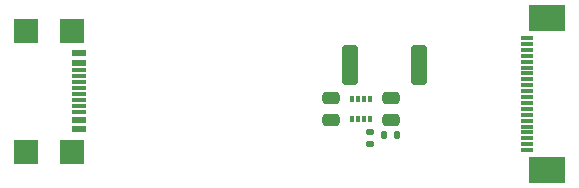
<source format=gbr>
%TF.GenerationSoftware,KiCad,Pcbnew,(7.0.0)*%
%TF.CreationDate,2023-10-22T09:50:51+03:00*%
%TF.ProjectId,nanoInvaderBot-logic,6e616e6f-496e-4766-9164-6572426f742d,rev?*%
%TF.SameCoordinates,Original*%
%TF.FileFunction,Paste,Top*%
%TF.FilePolarity,Positive*%
%FSLAX46Y46*%
G04 Gerber Fmt 4.6, Leading zero omitted, Abs format (unit mm)*
G04 Created by KiCad (PCBNEW (7.0.0)) date 2023-10-22 09:50:51*
%MOMM*%
%LPD*%
G01*
G04 APERTURE LIST*
G04 Aperture macros list*
%AMRoundRect*
0 Rectangle with rounded corners*
0 $1 Rounding radius*
0 $2 $3 $4 $5 $6 $7 $8 $9 X,Y pos of 4 corners*
0 Add a 4 corners polygon primitive as box body*
4,1,4,$2,$3,$4,$5,$6,$7,$8,$9,$2,$3,0*
0 Add four circle primitives for the rounded corners*
1,1,$1+$1,$2,$3*
1,1,$1+$1,$4,$5*
1,1,$1+$1,$6,$7*
1,1,$1+$1,$8,$9*
0 Add four rect primitives between the rounded corners*
20,1,$1+$1,$2,$3,$4,$5,0*
20,1,$1+$1,$4,$5,$6,$7,0*
20,1,$1+$1,$6,$7,$8,$9,0*
20,1,$1+$1,$8,$9,$2,$3,0*%
G04 Aperture macros list end*
%ADD10RoundRect,0.250000X-0.475000X0.250000X-0.475000X-0.250000X0.475000X-0.250000X0.475000X0.250000X0*%
%ADD11R,2.006600X2.159000*%
%ADD12R,1.143000X0.609600*%
%ADD13R,1.143000X0.304800*%
%ADD14RoundRect,0.135000X-0.185000X0.135000X-0.185000X-0.135000X0.185000X-0.135000X0.185000X0.135000X0*%
%ADD15RoundRect,0.135000X0.135000X0.185000X-0.135000X0.185000X-0.135000X-0.185000X0.135000X-0.185000X0*%
%ADD16R,1.100000X0.300000*%
%ADD17R,3.100000X2.300000*%
%ADD18R,0.300000X0.475000*%
%ADD19RoundRect,0.250000X0.425000X1.425000X-0.425000X1.425000X-0.425000X-1.425000X0.425000X-1.425000X0*%
G04 APERTURE END LIST*
D10*
%TO.C,C1*%
X146750000Y-100300000D03*
X146750000Y-102200000D03*
%TD*%
D11*
%TO.C,J1*%
X124787799Y-94639999D03*
X124787799Y-104859999D03*
X120857799Y-94639999D03*
X120857799Y-104859999D03*
D12*
X125362799Y-96549998D03*
X125362799Y-97349999D03*
D13*
X125362799Y-98499999D03*
X125362799Y-99499999D03*
X125362799Y-99999999D03*
X125362799Y-100999999D03*
D12*
X125362799Y-102149999D03*
X125362799Y-102949998D03*
D13*
X125362799Y-101499998D03*
X125362799Y-100500000D03*
X125362799Y-98999998D03*
X125362799Y-98000000D03*
%TD*%
D14*
%TO.C,R10*%
X150000000Y-103240000D03*
X150000000Y-104260000D03*
%TD*%
D15*
%TO.C,R9*%
X152260000Y-103500000D03*
X151240000Y-103500000D03*
%TD*%
D16*
%TO.C,J4*%
X163312499Y-104749999D03*
X163312499Y-104249999D03*
X163312499Y-103749999D03*
X163312499Y-103249999D03*
X163312499Y-102749999D03*
X163312499Y-102249999D03*
X163312499Y-101749999D03*
X163312499Y-101249999D03*
X163312499Y-100749999D03*
X163312499Y-100249999D03*
X163312499Y-99749999D03*
X163312499Y-99249999D03*
X163312499Y-98749999D03*
X163312499Y-98249999D03*
X163312499Y-97749999D03*
X163312499Y-97249999D03*
X163312499Y-96749999D03*
X163312499Y-96249999D03*
X163312499Y-95749999D03*
X163312499Y-95249999D03*
D17*
X165012499Y-106419999D03*
X165012499Y-93579999D03*
%TD*%
D18*
%TO.C,U5*%
X149999999Y-100411999D03*
X149499999Y-100411999D03*
X148999999Y-100411999D03*
X148499999Y-100411999D03*
X148499999Y-102087999D03*
X148999999Y-102087999D03*
X149499999Y-102087999D03*
X149999999Y-102087999D03*
%TD*%
D19*
%TO.C,L1*%
X154150000Y-97500000D03*
X148350000Y-97500000D03*
%TD*%
D10*
%TO.C,C2*%
X151750000Y-100300000D03*
X151750000Y-102200000D03*
%TD*%
M02*

</source>
